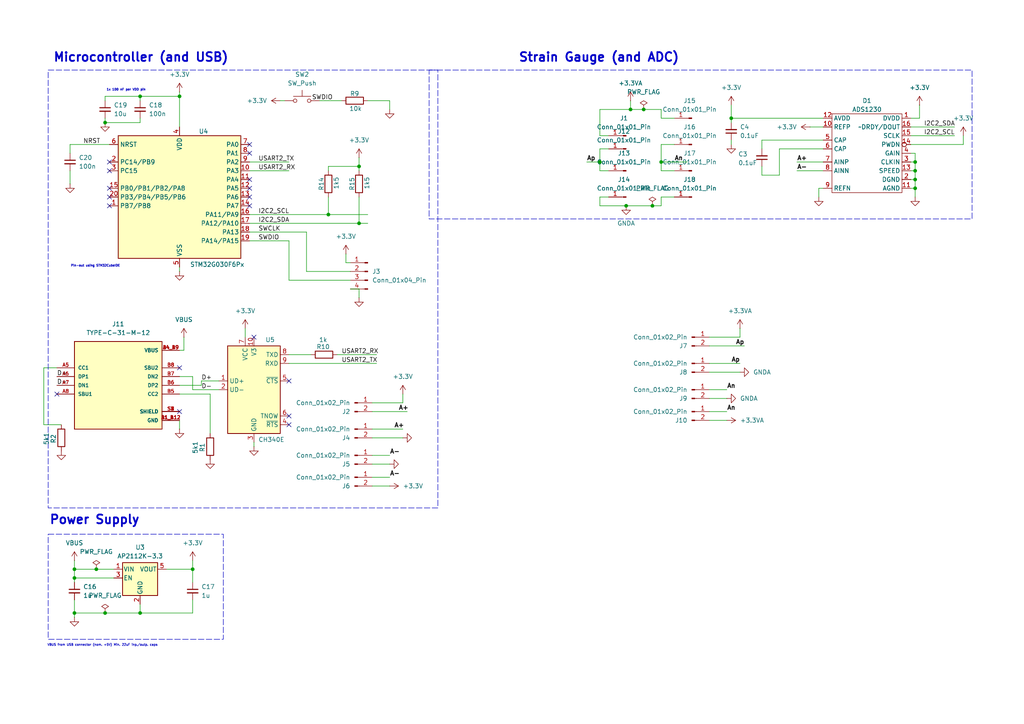
<source format=kicad_sch>
(kicad_sch (version 20231120) (generator "eeschema") (generator_version "8.0")
  (paper "A4")
  (title_block (rev "0.1"))
  (lib_symbols
    (symbol "Analog_ADC:ADS1230"
      (property "Reference" "D1" (at 10.16 24.13 0))
      (property "Value" "ADS1230" (at 10.16 21.59 0))
      (symbol "ADS1230_0_1"
        (rectangle (start 0 20.32) (end 20.32 -2.54))
      )
      (symbol "ADS1230_1_1"
        (pin power_in line (at 22.86 19.05 180) (length 2.54) (name "DVDD") (number "1"))
        (pin input line (at -2.54 16.51 0) (length 2.54) (name "REFP") (number "10"))
        (pin input line (at 22.86 -1.27 180) (length 2.54) (name "AGND") (number "11"))
        (pin power_in line (at -2.54 19.05 0) (length 2.54) (name "AVDD") (number "12"))
        (pin input line (at 22.86 3.81 180) (length 2.54) (name "SPEED") (number "13"))
        (pin input inverted (at 22.86 11.43 180) (length 2.54) (name "PWDN") (number "14"))
        (pin input line (at 22.86 13.97 180) (length 2.54) (name "SCLK") (number "15"))
        (pin input line (at 22.86 16.51 180) (length 2.54) (name "~DRDY/DOUT") (number "16"))
        (pin input line (at 22.86 1.27 180) (length 2.54) (name "DGND") (number "2"))
        (pin input line (at 22.86 6.35 180) (length 2.54) (name "CLKIN") (number "3"))
        (pin input line (at 22.86 8.89 180) (length 2.54) (name "GAIN") (number "4"))
        (pin input line (at -2.54 12.7 0) (length 2.54) (name "CAP") (number "5"))
        (pin input line (at -2.54 10.16 0) (length 2.54) (name "CAP") (number "6"))
        (pin input line (at -2.54 6.35 0) (length 2.54) (name "AINP") (number "7"))
        (pin input line (at -2.54 3.81 0) (length 2.54) (name "AINN") (number "8"))
        (pin input line (at -2.54 -1.27 0) (length 2.54) (name "REFN") (number "9"))
      )
    )
    (symbol "Connector:Conn_01x01_Pin" (pin_names (offset 1.016) hide)
      (property "Reference" "J" (at 0 2.54 0))
      (property "Value" "Conn_01x01_Pin" (at 0 -2.54 0))
      (symbol "Conn_01x01_Pin_1_1"
        (polyline (pts (xy 1.27 0) (xy 0.8636 0)) (stroke (width 0.1524)))
        (rectangle (start 0.8636 0.127) (end 0 -0.127) (stroke (width 0.1524)) (fill (type outline)))
        (pin passive line (at 5.08 0 180) (length 3.81) (name "Pin_1") (number "1"))
      )
    )
    (symbol "Connector:Conn_01x02_Pin" (pin_names (offset 1.016) hide)
      (property "Reference" "J" (at 0 2.54 0))
      (property "Value" "Conn_01x02_Pin" (at 0 -5.08 0))
      (symbol "Conn_01x02_Pin_1_1"
        (polyline (pts (xy 1.27 -2.54) (xy 0.8636 -2.54)) (stroke (width 0.1524)))
        (polyline (pts (xy 1.27 0) (xy 0.8636 0)) (stroke (width 0.1524)))
        (rectangle (start 0.8636 -2.413) (end 0 -2.667) (stroke (width 0.1524)) (fill (type outline)))
        (rectangle (start 0.8636 0.127) (end 0 -0.127) (stroke (width 0.1524)) (fill (type outline)))
        (pin passive line (at 5.08 0 180) (length 3.81) (name "Pin_1") (number "1"))
        (pin passive line (at 5.08 -2.54 180) (length 3.81) (name "Pin_2") (number "2"))
      )
    )
    (symbol "Connector:Conn_01x04_Pin" (pin_names (offset 1.016) hide)
      (property "Reference" "J" (at 0 5.08 0))
      (property "Value" "Conn_01x04_Pin" (at 0 -7.62 0))
      (symbol "Conn_01x04_Pin_1_1"
        (polyline (pts (xy 1.27 -5.08) (xy 0.8636 -5.08)) (stroke (width 0.1524)))
        (polyline (pts (xy 1.27 -2.54) (xy 0.8636 -2.54)) (stroke (width 0.1524)))
        (polyline (pts (xy 1.27 0) (xy 0.8636 0)) (stroke (width 0.1524)))
        (polyline (pts (xy 1.27 2.54) (xy 0.8636 2.54)) (stroke (width 0.1524)))
        (rectangle (start 0.8636 -4.953) (end 0 -5.207) (stroke (width 0.1524)) (fill (type outline)))
        (rectangle (start 0.8636 -2.413) (end 0 -2.667) (stroke (width 0.1524)) (fill (type outline)))
        (rectangle (start 0.8636 0.127) (end 0 -0.127) (stroke (width 0.1524)) (fill (type outline)))
        (rectangle (start 0.8636 2.667) (end 0 2.413) (stroke (width 0.1524)) (fill (type outline)))
        (pin passive line (at 5.08 2.54 180) (length 3.81) (name "Pin_1") (number "1"))
        (pin passive line (at 5.08 0 180) (length 3.81) (name "Pin_2") (number "2"))
        (pin passive line (at 5.08 -2.54 180) (length 3.81) (name "Pin_3") (number "3"))
        (pin passive line (at 5.08 -5.08 180) (length 3.81) (name "Pin_4") (number "4"))
      )
    )
    (symbol "Device:C_Small" (pin_numbers hide) (pin_names (offset 0.254) hide)
      (property "Reference" "C" (at 0.254 1.778 0))
      (property "Value" "C_Small" (at 0.254 -2.032 0))
      (symbol "C_Small_0_1"
        (polyline (pts (xy -1.524 -0.508) (xy 1.524 -0.508)) (stroke (width 0.3302)))
        (polyline (pts (xy -1.524 0.508) (xy 1.524 0.508)) (stroke (width 0.3048)))
      )
      (symbol "C_Small_1_1"
        (pin passive line (at 0 2.54 270) (length 2.032) (name "~") (number "1"))
        (pin passive line (at 0 -2.54 90) (length 2.032) (name "~") (number "2"))
      )
    )
    (symbol "Device:R" (pin_numbers hide) (pin_names (offset 0))
      (property "Reference" "R" (at 2.032 0 90))
      (property "Value" "R" (at 0 0 90))
      (symbol "R_0_1"
        (rectangle (start -1.016 -2.54) (end 1.016 2.54) (stroke (width 0.254)))
      )
      (symbol "R_1_1"
        (pin passive line (at 0 3.81 270) (length 1.27) (name "~") (number "1"))
        (pin passive line (at 0 -3.81 90) (length 1.27) (name "~") (number "2"))
      )
    )
    (symbol "Interface_USB:CH340E"
      (property "Reference" "U" (at -5.08 13.97 0))
      (property "Value" "CH340E" (at 1.27 13.97 0))
      (symbol "CH340E_0_1"
        (rectangle (start -7.62 12.7) (end 7.62 -12.7) (stroke (width 0.254)) (fill (type background)))
      )
      (symbol "CH340E_1_1"
        (pin bidirectional line (at -10.16 2.54 0) (length 2.54) (name "UD+") (number "1"))
        (pin power_out line (at 0 15.24 270) (length 2.54) (name "V3") (number "10"))
        (pin bidirectional line (at -10.16 0 0) (length 2.54) (name "UD-") (number "2"))
        (pin power_in line (at 0 -15.24 90) (length 2.54) (name "GND") (number "3"))
        (pin output line (at 10.16 -10.16 180) (length 2.54) (name "~{RTS}") (number "4"))
        (pin input line (at 10.16 2.54 180) (length 2.54) (name "~{CTS}") (number "5"))
        (pin output line (at 10.16 -7.62 180) (length 2.54) (name "TNOW") (number "6"))
        (pin power_in line (at -2.54 15.24 270) (length 2.54) (name "VCC") (number "7"))
        (pin output line (at 10.16 10.16 180) (length 2.54) (name "TXD") (number "8"))
        (pin input line (at 10.16 7.62 180) (length 2.54) (name "RXD") (number "9"))
      )
    )
    (symbol "MCU_ST_STM32G0:STM32G030F6Px"
      (property "Reference" "U" (at -17.78 19.05 0))
      (property "Value" "STM32G030F6Px" (at 2.54 19.05 0))
      (symbol "STM32G030F6Px_0_1"
        (rectangle (start -17.78 -17.78) (end 17.78 17.78) (stroke (width 0.254)) (fill (type background)))
      )
      (symbol "STM32G030F6Px_1_1"
        (pin bidirectional line (at -20.32 -2.54 0) (length 2.54) (name "PB7/PB8") (number "1"))
        (pin bidirectional line (at 20.32 7.62 180) (length 2.54) (name "PA3") (number "10"))
        (pin bidirectional line (at 20.32 5.08 180) (length 2.54) (name "PA4") (number "11"))
        (pin bidirectional line (at 20.32 2.54 180) (length 2.54) (name "PA5") (number "12"))
        (pin bidirectional line (at 20.32 0 180) (length 2.54) (name "PA6") (number "13"))
        (pin bidirectional line (at 20.32 -2.54 180) (length 2.54) (name "PA7") (number "14"))
        (pin bidirectional line (at -20.32 2.54 0) (length 2.54) (name "PB0/PB1/PB2/PA8") (number "15"))
        (pin bidirectional line (at 20.32 -5.08 180) (length 2.54) (name "PA11/PA9") (number "16"))
        (pin bidirectional line (at 20.32 -7.62 180) (length 2.54) (name "PA12/PA10") (number "17"))
        (pin bidirectional line (at 20.32 -10.16 180) (length 2.54) (name "PA13") (number "18"))
        (pin bidirectional line (at 20.32 -12.7 180) (length 2.54) (name "PA14/PA15") (number "19"))
        (pin bidirectional line (at -20.32 10.16 0) (length 2.54) (name "PC14/PB9") (number "2"))
        (pin bidirectional line (at -20.32 0 0) (length 2.54) (name "PB3/PB4/PB5/PB6") (number "20"))
        (pin bidirectional line (at -20.32 7.62 0) (length 2.54) (name "PC15") (number "3"))
        (pin power_in line (at 0 20.32 270) (length 2.54) (name "VDD") (number "4"))
        (pin power_in line (at 0 -20.32 90) (length 2.54) (name "VSS") (number "5"))
        (pin input line (at -20.32 15.24 0) (length 2.54) (name "NRST") (number "6"))
        (pin bidirectional line (at 20.32 15.24 180) (length 2.54) (name "PA0") (number "7"))
        (pin bidirectional line (at 20.32 12.7 180) (length 2.54) (name "PA1") (number "8"))
        (pin bidirectional line (at 20.32 10.16 180) (length 2.54) (name "PA2") (number "9"))
      )
    )
    (symbol "Regulator_Linear:AP2112K-3.3" (pin_names (offset 0.254))
      (property "Reference" "U" (at -5.08 5.715 0))
      (property "Value" "AP2112K-3.3" (at 0 5.715 0))
      (symbol "AP2112K-3.3_0_1"
        (rectangle (start -5.08 4.445) (end 5.08 -5.08) (stroke (width 0.254)) (fill (type background)))
      )
      (symbol "AP2112K-3.3_1_1"
        (pin power_in line (at -7.62 2.54 0) (length 2.54) (name "VIN") (number "1"))
        (pin power_in line (at 0 -7.62 90) (length 2.54) (name "GND") (number "2"))
        (pin input line (at -7.62 0 0) (length 2.54) (name "EN") (number "3"))
        (pin no_connect line (at 5.08 0 180) (length 2.54) hide (name "NC") (number "4"))
        (pin power_out line (at 7.62 2.54 180) (length 2.54) (name "VOUT") (number "5"))
      )
    )
    (symbol "Switch:SW_Push" (pin_numbers hide) (pin_names (offset 1.016) hide)
      (property "Reference" "SW" (at 1.27 2.54 0))
      (property "Value" "SW_Push" (at 0 -1.524 0))
      (symbol "SW_Push_0_1"
        (circle (center -2.032 0) (radius 0.508))
        (polyline (pts (xy 0 1.27) (xy 0 3.048)))
        (polyline (pts (xy 2.54 1.27) (xy -2.54 1.27)))
        (circle (center 2.032 0) (radius 0.508))
        (pin passive line (at -5.08 0 0) (length 2.54) (name "1") (number "1"))
        (pin passive line (at 5.08 0 180) (length 2.54) (name "2") (number "2"))
      )
    )
    (symbol "TYPE-C-31-M-12:TYPE-C-31-M-12" (pin_names (offset 1.016))
      (property "Reference" "J" (at -12.7 13.462 0))
      (property "Value" "TYPE-C-31-M-12" (at -12.7 -13.462 0))
      (symbol "TYPE-C-31-M-12_0_0"
        (rectangle (start -12.7 -12.7) (end 12.7 12.7) (stroke (width 0.254)) (fill (type background)))
        (pin power_in line (at 17.78 -10.16 180) (length 5.08) (name "GND") (number "A1_B12"))
        (pin power_in line (at 17.78 10.16 180) (length 5.08) (name "VBUS") (number "A4_B9"))
        (pin bidirectional line (at -17.78 5.08 0) (length 5.08) (name "CC1") (number "A5"))
        (pin bidirectional line (at -17.78 2.54 0) (length 5.08) (name "DP1") (number "A6"))
        (pin bidirectional line (at -17.78 0 0) (length 5.08) (name "DN1") (number "A7"))
        (pin bidirectional line (at -17.78 -2.54 0) (length 5.08) (name "SBU1") (number "A8"))
        (pin power_in line (at 17.78 -10.16 180) (length 5.08) (name "GND") (number "B1_A12"))
        (pin power_in line (at 17.78 10.16 180) (length 5.08) (name "VBUS") (number "B4_A9"))
        (pin bidirectional line (at 17.78 -2.54 180) (length 5.08) (name "CC2") (number "B5"))
        (pin bidirectional line (at 17.78 0 180) (length 5.08) (name "DP2") (number "B6"))
        (pin bidirectional line (at 17.78 2.54 180) (length 5.08) (name "DN2") (number "B7"))
        (pin bidirectional line (at 17.78 5.08 180) (length 5.08) (name "SBU2") (number "B8"))
        (pin passive line (at 17.78 -7.62 180) (length 5.08) (name "SHIELD") (number "S1"))
        (pin passive line (at 17.78 -7.62 180) (length 5.08) (name "SHIELD") (number "S2"))
        (pin passive line (at 17.78 -7.62 180) (length 5.08) (name "SHIELD") (number "S3"))
        (pin passive line (at 17.78 -7.62 180) (length 5.08) (name "SHIELD") (number "S4"))
      )
    )
    (symbol "power:+3.3V" (power) (pin_numbers hide) (pin_names (offset 0) hide)
      (property "Value" "+3.3V" (at 0 3.556 0))
      (symbol "+3.3V_0_1"
        (polyline (pts (xy -0.762 1.27) (xy 0 2.54)))
        (polyline (pts (xy 0 0) (xy 0 2.54)))
        (polyline (pts (xy 0 2.54) (xy 0.762 1.27)))
      )
      (symbol "+3.3V_1_1"
        (pin power_in line (at 0 0 90) (length 0) (name "~") (number "1"))
      )
    )
    (symbol "power:+3.3VA" (power) (pin_numbers hide) (pin_names (offset 0) hide)
      (property "Value" "+3.3VA" (at 0 3.556 0))
      (symbol "+3.3VA_0_1"
        (polyline (pts (xy -0.762 1.27) (xy 0 2.54)))
        (polyline (pts (xy 0 0) (xy 0 2.54)))
        (polyline (pts (xy 0 2.54) (xy 0.762 1.27)))
      )
      (symbol "+3.3VA_1_1"
        (pin power_in line (at 0 0 90) (length 0) (name "~") (number "1"))
      )
    )
    (symbol "power:GND" (power) (pin_numbers hide) (pin_names (offset 0) hide)
      (property "Value" "GND" (at 0 -3.81 0))
      (symbol "GND_0_1"
        (polyline (pts (xy 0 0) (xy 0 -1.27) (xy 1.27 -1.27) (xy 0 -2.54) (xy -1.27 -1.27) (xy 0 -1.27)))
      )
      (symbol "GND_1_1"
        (pin power_in line (at 0 0 270) (length 0) (name "~") (number "1"))
      )
    )
    (symbol "power:GNDA" (power) (pin_numbers hide) (pin_names (offset 0) hide)
      (property "Value" "GNDA" (at 0 -3.81 0))
      (symbol "GNDA_0_1"
        (polyline (pts (xy 0 0) (xy 0 -1.27) (xy 1.27 -1.27) (xy 0 -2.54) (xy -1.27 -1.27) (xy 0 -1.27)))
      )
      (symbol "GNDA_1_1"
        (pin power_in line (at 0 0 270) (length 0) (name "~") (number "1"))
      )
    )
    (symbol "power:PWR_FLAG" (power) (pin_numbers hide) (pin_names (offset 0) hide)
      (property "Value" "PWR_FLAG" (at 0 3.81 0))
      (symbol "PWR_FLAG_0_0"
        (pin power_out line (at 0 0 90) (length 0) (name "~") (number "1"))
      )
      (symbol "PWR_FLAG_0_1"
        (polyline (pts (xy 0 0) (xy 0 1.27) (xy -1.016 1.905) (xy 0 2.54) (xy 1.016 1.905) (xy 0 1.27)))
      )
    )
    (symbol "power:VBUS" (power) (pin_numbers hide) (pin_names (offset 0) hide)
      (property "Value" "VBUS" (at 0 3.556 0))
      (symbol "VBUS_0_1"
        (polyline (pts (xy -0.762 1.27) (xy 0 2.54)))
        (polyline (pts (xy 0 0) (xy 0 2.54)))
        (polyline (pts (xy 0 2.54) (xy 0.762 1.27)))
      )
      (symbol "VBUS_1_1"
        (pin power_in line (at 0 0 90) (length 0) (name "~") (number "1"))
      )
    )
  )
  (junction (at 265.43 46.99))
  (junction (at 265.43 52.07))
  (junction (at 186.69 31.75))
  (junction (at 21.59 177.8))
  (junction (at 265.43 49.53))
  (junction (at 104.14 64.77))
  (junction (at 21.59 165.1))
  (junction (at 21.59 167.64))
  (junction (at 40.64 177.8))
  (junction (at 52.07 27.94))
  (junction (at 27.94 165.1))
  (junction (at 265.43 54.61))
  (junction (at 181.61 59.69))
  (junction (at 212.09 34.29))
  (junction (at 182.88 31.75))
  (junction (at 55.88 165.1))
  (junction (at 189.23 59.69))
  (junction (at 95.25 62.23))
  (junction (at 30.48 177.8))
  (junction (at 30.48 35.56))
  (junction (at 104.14 48.26))
  (junction (at 191.77 46.99))
  (junction (at 40.64 27.94))
  (junction (at 173.99 46.99))
  (no_connect (at 72.39 54.61))
  (no_connect (at 52.07 106.68))
  (no_connect (at 72.39 41.91))
  (no_connect (at 31.75 49.53))
  (no_connect (at 31.75 59.69))
  (no_connect (at 83.82 120.65))
  (no_connect (at 72.39 59.69))
  (no_connect (at 31.75 54.61))
  (no_connect (at 72.39 44.45))
  (no_connect (at 73.66 97.79))
  (no_connect (at 16.51 114.3))
  (no_connect (at 72.39 52.07))
  (no_connect (at 31.75 46.99))
  (no_connect (at 83.82 123.19))
  (no_connect (at 31.75 57.15))
  (no_connect (at 83.82 110.49))
  (no_connect (at 52.07 119.38))
  (no_connect (at 72.39 57.15))
  (wire (pts (xy 173.99 59.69) (xy 181.61 59.69)))
  (wire (pts (xy 88.9 78.74) (xy 88.9 67.31)))
  (wire (pts (xy 52.07 111.76) (xy 58.42 111.76)))
  (wire (pts (xy 40.64 29.21) (xy 40.64 27.94)))
  (wire (pts (xy 52.07 109.22) (xy 55.88 109.22)))
  (wire (pts (xy 72.39 49.53) (xy 83.82 49.53)))
  (wire (pts (xy 264.16 46.99) (xy 265.43 46.99)))
  (wire (pts (xy 83.82 81.28) (xy 83.82 69.85)))
  (wire (pts (xy 30.48 29.21) (xy 30.48 27.94)))
  (wire (pts (xy 21.59 167.64) (xy 21.59 168.91)))
  (wire (pts (xy 113.03 29.21) (xy 106.68 29.21)))
  (wire (pts (xy 58.42 111.76) (xy 58.42 110.49)))
  (wire (pts (xy 212.09 30.48) (xy 212.09 34.29)))
  (wire (pts (xy 53.34 101.6) (xy 53.34 97.79)))
  (wire (pts (xy 100.33 76.2) (xy 100.33 73.66)))
  (wire (pts (xy 72.39 46.99) (xy 83.82 46.99)))
  (wire (pts (xy 104.14 57.15) (xy 104.14 64.77)))
  (wire (pts (xy 170.18 46.99) (xy 173.99 46.99)))
  (wire (pts (xy 52.07 77.47) (xy 52.07 78.74)))
  (wire (pts (xy 264.16 49.53) (xy 265.43 49.53)))
  (wire (pts (xy 191.77 46.99) (xy 191.77 49.53)))
  (wire (pts (xy 226.06 43.18) (xy 226.06 50.8)))
  (wire (pts (xy 83.82 81.28) (xy 101.6 81.28)))
  (wire (pts (xy 182.88 31.75) (xy 186.69 31.75)))
  (wire (pts (xy 92.71 29.21) (xy 99.06 29.21)))
  (wire (pts (xy 55.88 173.99) (xy 55.88 177.8)))
  (wire (pts (xy 107.95 140.97) (xy 113.03 140.97)))
  (wire (pts (xy 104.14 83.82) (xy 101.6 83.82)))
  (wire (pts (xy 30.48 34.29) (xy 30.48 35.56)))
  (wire (pts (xy 265.43 57.15) (xy 265.43 54.61)))
  (wire (pts (xy 20.32 49.53) (xy 20.32 53.34)))
  (wire (pts (xy 104.14 45.72) (xy 104.14 48.26)))
  (wire (pts (xy 30.48 27.94) (xy 40.64 27.94)))
  (wire (pts (xy 191.77 46.99) (xy 199.39 46.99)))
  (wire (pts (xy 40.64 175.26) (xy 40.64 177.8)))
  (wire (pts (xy 107.95 116.84) (xy 116.84 116.84)))
  (wire (pts (xy 205.74 97.79) (xy 214.63 97.79)))
  (wire (pts (xy 205.74 107.95) (xy 214.63 107.95)))
  (wire (pts (xy 264.16 34.29) (xy 266.7 34.29)))
  (wire (pts (xy 40.64 27.94) (xy 52.07 27.94)))
  (wire (pts (xy 181.61 59.69) (xy 189.23 59.69)))
  (wire (pts (xy 191.77 41.91) (xy 191.77 46.99)))
  (wire (pts (xy 27.94 165.1) (xy 21.59 165.1)))
  (wire (pts (xy 52.07 26.67) (xy 52.07 27.94)))
  (wire (pts (xy 104.14 86.36) (xy 104.14 83.82)))
  (wire (pts (xy 55.88 109.22) (xy 55.88 113.03)))
  (wire (pts (xy 176.53 39.37) (xy 173.99 39.37)))
  (wire (pts (xy 212.09 40.64) (xy 212.09 41.91)))
  (wire (pts (xy 234.95 36.83) (xy 238.76 36.83)))
  (wire (pts (xy 173.99 31.75) (xy 182.88 31.75)))
  (wire (pts (xy 100.33 76.2) (xy 101.6 76.2)))
  (wire (pts (xy 30.48 35.56) (xy 40.64 35.56)))
  (wire (pts (xy 107.95 127) (xy 116.84 127)))
  (wire (pts (xy 33.02 165.1) (xy 27.94 165.1)))
  (wire (pts (xy 40.64 177.8) (xy 55.88 177.8)))
  (wire (pts (xy 21.59 165.1) (xy 21.59 167.64)))
  (wire (pts (xy 264.16 41.91) (xy 279.4 41.91)))
  (wire (pts (xy 186.69 31.75) (xy 191.77 31.75)))
  (wire (pts (xy 40.64 34.29) (xy 40.64 35.56)))
  (wire (pts (xy 237.49 57.15) (xy 237.49 54.61)))
  (wire (pts (xy 113.03 31.75) (xy 113.03 29.21)))
  (wire (pts (xy 107.95 119.38) (xy 118.11 119.38)))
  (wire (pts (xy 231.14 46.99) (xy 238.76 46.99)))
  (wire (pts (xy 58.42 110.49) (xy 63.5 110.49)))
  (wire (pts (xy 52.07 121.92) (xy 52.07 124.46)))
  (wire (pts (xy 279.4 39.37) (xy 279.4 41.91)))
  (wire (pts (xy 55.88 165.1) (xy 55.88 168.91)))
  (wire (pts (xy 191.77 34.29) (xy 195.58 34.29)))
  (wire (pts (xy 212.09 34.29) (xy 212.09 35.56)))
  (wire (pts (xy 212.09 34.29) (xy 238.76 34.29)))
  (wire (pts (xy 205.74 100.33) (xy 215.9 100.33)))
  (wire (pts (xy 104.14 64.77) (xy 106.68 64.77)))
  (wire (pts (xy 182.88 29.21) (xy 182.88 31.75)))
  (wire (pts (xy 205.74 105.41) (xy 214.63 105.41)))
  (wire (pts (xy 81.28 29.21) (xy 82.55 29.21)))
  (wire (pts (xy 226.06 43.18) (xy 238.76 43.18)))
  (wire (pts (xy 265.43 44.45) (xy 264.16 44.45)))
  (wire (pts (xy 83.82 105.41) (xy 109.22 105.41)))
  (wire (pts (xy 52.07 114.3) (xy 60.96 114.3)))
  (wire (pts (xy 21.59 177.8) (xy 30.48 177.8)))
  (wire (pts (xy 191.77 49.53) (xy 195.58 49.53)))
  (wire (pts (xy 71.12 95.25) (xy 71.12 97.79)))
  (wire (pts (xy 264.16 52.07) (xy 265.43 52.07)))
  (wire (pts (xy 83.82 102.87) (xy 90.17 102.87)))
  (wire (pts (xy 95.25 48.26) (xy 104.14 48.26)))
  (wire (pts (xy 16.51 106.68) (xy 12.7 106.68)))
  (wire (pts (xy 12.7 106.68) (xy 12.7 123.19)))
  (wire (pts (xy 48.26 165.1) (xy 55.88 165.1)))
  (wire (pts (xy 55.88 162.56) (xy 55.88 165.1)))
  (wire (pts (xy 73.66 128.27) (xy 73.66 129.54)))
  (wire (pts (xy 264.16 36.83) (xy 276.86 36.83)))
  (wire (pts (xy 21.59 179.07) (xy 21.59 177.8)))
  (wire (pts (xy 264.16 54.61) (xy 265.43 54.61)))
  (wire (pts (xy 265.43 49.53) (xy 265.43 46.99)))
  (wire (pts (xy 173.99 43.18) (xy 176.53 43.18)))
  (wire (pts (xy 30.48 177.8) (xy 40.64 177.8)))
  (wire (pts (xy 95.25 49.53) (xy 95.25 48.26)))
  (wire (pts (xy 173.99 57.15) (xy 173.99 59.69)))
  (wire (pts (xy 173.99 49.53) (xy 176.53 49.53)))
  (wire (pts (xy 107.95 132.08) (xy 113.03 132.08)))
  (wire (pts (xy 21.59 167.64) (xy 33.02 167.64)))
  (wire (pts (xy 72.39 62.23) (xy 95.25 62.23)))
  (wire (pts (xy 265.43 52.07) (xy 265.43 49.53)))
  (wire (pts (xy 83.82 69.85) (xy 72.39 69.85)))
  (wire (pts (xy 189.23 59.69) (xy 191.77 59.69)))
  (wire (pts (xy 20.32 41.91) (xy 31.75 41.91)))
  (wire (pts (xy 60.96 114.3) (xy 60.96 125.73)))
  (wire (pts (xy 173.99 31.75) (xy 173.99 39.37)))
  (wire (pts (xy 220.98 43.18) (xy 220.98 40.64)))
  (wire (pts (xy 205.74 115.57) (xy 210.82 115.57)))
  (wire (pts (xy 191.77 57.15) (xy 191.77 59.69)))
  (wire (pts (xy 21.59 162.56) (xy 21.59 165.1)))
  (wire (pts (xy 72.39 64.77) (xy 104.14 64.77)))
  (wire (pts (xy 88.9 78.74) (xy 101.6 78.74)))
  (wire (pts (xy 52.07 101.6) (xy 53.34 101.6)))
  (wire (pts (xy 52.07 27.94) (xy 52.07 36.83)))
  (wire (pts (xy 107.95 124.46) (xy 116.84 124.46)))
  (wire (pts (xy 231.14 49.53) (xy 238.76 49.53)))
  (wire (pts (xy 226.06 50.8) (xy 220.98 50.8)))
  (wire (pts (xy 205.74 113.03) (xy 210.82 113.03)))
  (wire (pts (xy 220.98 40.64) (xy 238.76 40.64)))
  (wire (pts (xy 107.95 134.62) (xy 113.03 134.62)))
  (wire (pts (xy 191.77 57.15) (xy 195.58 57.15)))
  (wire (pts (xy 97.79 102.87) (xy 109.22 102.87)))
  (wire (pts (xy 173.99 46.99) (xy 173.99 49.53)))
  (wire (pts (xy 266.7 34.29) (xy 266.7 30.48)))
  (wire (pts (xy 104.14 48.26) (xy 104.14 49.53)))
  (wire (pts (xy 220.98 50.8) (xy 220.98 48.26)))
  (wire (pts (xy 107.95 138.43) (xy 113.03 138.43)))
  (wire (pts (xy 205.74 121.92) (xy 210.82 121.92)))
  (wire (pts (xy 12.7 123.19) (xy 17.78 123.19)))
  (wire (pts (xy 21.59 173.99) (xy 21.59 177.8)))
  (wire (pts (xy 237.49 54.61) (xy 238.76 54.61)))
  (wire (pts (xy 191.77 41.91) (xy 195.58 41.91)))
  (wire (pts (xy 265.43 54.61) (xy 265.43 52.07)))
  (wire (pts (xy 191.77 31.75) (xy 191.77 34.29)))
  (wire (pts (xy 265.43 46.99) (xy 265.43 44.45)))
  (wire (pts (xy 88.9 67.31) (xy 72.39 67.31)))
  (wire (pts (xy 20.32 44.45) (xy 20.32 41.91)))
  (wire (pts (xy 173.99 43.18) (xy 173.99 46.99)))
  (wire (pts (xy 173.99 57.15) (xy 176.53 57.15)))
  (wire (pts (xy 264.16 39.37) (xy 276.86 39.37)))
  (wire (pts (xy 55.88 113.03) (xy 63.5 113.03)))
  (wire (pts (xy 205.74 119.38) (xy 210.82 119.38)))
  (wire (pts (xy 116.84 114.3) (xy 116.84 116.84)))
  (wire (pts (xy 95.25 62.23) (xy 106.68 62.23)))
  (wire (pts (xy 95.25 57.15) (xy 95.25 62.23)))
  (wire (pts (xy 214.63 95.25) (xy 214.63 97.79)))
  (rectangle (start 124.46 20.32) (end 281.94 63.5) (stroke (width 0) (type dash)))
  (rectangle (start 13.97 20.32) (end 127 147.32) (stroke (width 0) (type dash)))
  (rectangle (start 13.97 154.94) (end 64.77 185.42) (stroke (width 0) (type dash)))
  (text "1x 100 nF per VDD pin" (at 36.576 26.162 0) (effects (font (size 0.635 0.635))))
  (text "Microcontroller (and USB)" (at 40.894 16.764 0) (effects (font (size 2.54 2.54) (thickness 0.508) (bold yes))))
  (text "Strain Gauge (and ADC)" (at 173.736 16.764 0) (effects (font (size 2.54 2.54) (thickness 0.508) (bold yes))))
  (text "VBUS from USB connector (nom. +5V) Min. 22uF inp./outp. caps " (at 29.972 187.198 0) (effects (font (size 0.635 0.635) (thickness 0.127) (bold yes))))
  (text "Power Supply" (at 27.432 150.876 0) (effects (font (size 2.54 2.54) (thickness 0.508) (bold yes))))
  (text "Pin-out using STM32CubeIDE" (at 27.686 77.216 0) (effects (font (size 0.635 0.635))))
  (label "SWCLK" (at 74.93 67.31 0))
  (label "SWDIO" (at 74.93 69.85 0))
  (label "Ap" (at 170.18 46.99 0) (effects (font (bold yes))))
  (label "I2C2_SCL" (at 74.93 62.23 0))
  (label "Ap" (at 212.09 105.41 0) (effects (font (bold yes))))
  (label "I2C2_SCL" (at 267.97 39.37 0))
  (label "An" (at 210.82 113.03 0) (effects (font (bold yes))))
  (label "A+" (at 231.14 46.99 0) (effects (font (bold yes))))
  (label "Ap" (at 213.36 100.33 0) (effects (font (bold yes))))
  (label "I2C2_SDA" (at 74.93 64.77 0))
  (label "USART2_RX" (at 99.06 102.87 0))
  (label "D-" (at 58.42 113.03 0))
  (label "D+" (at 16.51 109.22 0))
  (label "An" (at 195.58 46.99 0) (effects (font (bold yes))))
  (label "D-" (at 16.51 111.76 0))
  (label "SWDIO" (at 96.52 29.21 180))
  (label "USART2_TX" (at 74.93 46.99 0))
  (label "I2C2_SDA" (at 267.97 36.83 0))
  (label "A+" (at 114.3 124.46 0) (effects (font (bold yes))))
  (label "A-" (at 113.03 138.43 0) (effects (font (bold yes))))
  (label "A+" (at 115.57 119.38 0) (effects (font (bold yes))))
  (label "USART2_TX" (at 99.06 105.41 0))
  (label "A-" (at 231.14 49.53 0) (effects (font (bold yes))))
  (label "USART2_RX" (at 74.93 49.53 0))
  (label "NRST" (at 24.13 41.91 0))
  (label "An" (at 210.82 119.38 0) (effects (font (bold yes))))
  (label "A-" (at 113.03 132.08 0) (effects (font (bold yes))))
  (label "D+" (at 58.42 110.49 0))
  (symbol (lib_id "Device:R") (at 17.78 127 0) (unit 1)
    (property "Reference" "R2" (at 15.494 127.254 90))
    (property "Value" "5k1" (at 13.462 127.254 90))
    (property "Footprint" "Resistor_SMD:R_0603_1608Metric" (effects (hide yes)))
    (property "Description" "Resistor" (effects (hide yes)))
  )
  (symbol (lib_id "power:GND") (at 52.07 78.74 0) (unit 1)
    (property "Reference" "#PWR029" (effects (hide yes)))
    (property "Value" "GND" (effects (hide yes)))
    (property "Description" "Power symbol creates a global label with name \"GND\" , ground" (effects (hide yes)))
  )
  (symbol (lib_id "power:GND") (at 52.07 124.46 0) (mirror y) (unit 1)
    (property "Reference" "#PWR06" (effects (hide yes)))
    (property "Value" "GND" (effects (hide yes)))
    (property "Description" "Power symbol creates a global label with name \"GND\" , ground" (effects (hide yes)))
  )
  (symbol (lib_id "power:VBUS") (at 53.34 97.79 0) (mirror y) (unit 1)
    (property "Reference" "#PWR07" (effects (hide yes)))
    (property "Value" "VBUS" (at 53.34 92.71 0))
    (property "Description" "Power symbol creates a global label with name \"VBUS\"" (effects (hide yes)))
  )
  (symbol (lib_id "Switch:SW_Push") (at 87.63 29.21 0) (mirror y) (unit 1)
    (property "Reference" "SW2" (at 87.63 21.59 0))
    (property "Value" "SW_Push" (at 87.63 24.13 0))
    (property "Footprint" "Button_Switch_SMD:SW_SPST_B3U-1000P-B" (effects (hide yes)))
    (property "Description" "Push button switch, generic, two pins" (effects (hide yes)))
  )
  (symbol (lib_id "Connector:Conn_01x02_Pin") (at 102.87 138.43 0) (unit 1)
    (property "Reference" "J6" (at 101.6 140.9701 0) (effects (justify right)))
    (property "Value" "Conn_01x02_Pin" (at 101.6 138.4301 0) (effects (justify right)))
    (property "Footprint" "Connector_PinHeader_1.00mm:PinHeader_1x02_P1.00mm_Vertical" (effects (hide yes)))
    (property "Description" "Generic connector, single row, 01x02, script generated" (effects (hide yes)))
  )
  (symbol (lib_id "Device:C_Small") (at 21.59 171.45 0) (unit 1)
    (property "Reference" "C16" (at 24.13 170.1862 0) (effects (justify left)))
    (property "Value" "1u" (at 24.13 172.7262 0) (effects (justify left)))
    (property "Footprint" "Capacitor_SMD:C_0805_2012Metric" (effects (hide yes)))
    (property "Description" "Unpolarized capacitor, small symbol" (effects (hide yes)))
  )
  (symbol (lib_id "power:+3.3VA") (at 116.84 114.3 0) (unit 1)
    (property "Reference" "#PWR020" (effects (hide yes)))
    (property "Value" "+3.3V" (at 116.84 109.22 0))
    (property "Description" "Power symbol creates a global label with name \"+3.3VA\"" (effects (hide yes)))
  )
  (symbol (lib_id "power:PWR_FLAG") (at 27.94 165.1 0) (unit 1)
    (property "Reference" "#FLG01" (effects (hide yes)))
    (property "Value" "PWR_FLAG" (at 27.94 160.02 0))
    (property "Description" "Special symbol for telling ERC where power comes from" (effects (hide yes)))
  )
  (symbol (lib_id "power:GND") (at 30.48 35.56 0) (unit 1)
    (property "Reference" "#PWR031" (effects (hide yes)))
    (property "Value" "GND" (effects (hide yes)))
    (property "Description" "Power symbol creates a global label with name \"GND\" , ground" (effects (hide yes)))
  )
  (symbol (lib_id "Connector:Conn_01x01_Pin") (at 200.66 34.29 180) (unit 1)
    (property "Reference" "J15" (at 200.025 29.21 0))
    (property "Value" "Conn_01x01_Pin" (at 200.025 31.75 0))
    (property "Footprint" "Connector_PinHeader_1.00mm:PinHeader_1x01_P1.00mm_Vertical" (effects (hide yes)))
    (property "Description" "Generic connector, single row, 01x01, script generated" (effects (hide yes)))
  )
  (symbol (lib_id "Device:R") (at 60.96 129.54 0) (unit 1)
    (property "Reference" "R1" (at 58.674 129.794 90))
    (property "Value" "5k1" (at 56.642 129.794 90))
    (property "Footprint" "Resistor_SMD:R_0603_1608Metric" (effects (hide yes)))
    (property "Description" "Resistor" (effects (hide yes)))
  )
  (symbol (lib_id "power:GND") (at 212.09 41.91 0) (unit 1)
    (property "Reference" "#PWR04" (effects (hide yes)))
    (property "Value" "GND" (effects (hide yes)))
    (property "Description" "Power symbol creates a global label with name \"GND\" , ground" (effects (hide yes)))
  )
  (symbol (lib_id "power:GND") (at 113.03 31.75 0) (unit 1)
    (property "Reference" "#PWR03" (effects (hide yes)))
    (property "Value" "GND" (effects (hide yes)))
    (property "Description" "Power symbol creates a global label with name \"GND\" , ground" (effects (hide yes)))
  )
  (symbol (lib_id "Connector:Conn_01x01_Pin") (at 200.66 49.53 180) (unit 1)
    (property "Reference" "J17" (at 200.025 44.45 0))
    (property "Value" "Conn_01x01_Pin" (at 200.025 46.99 0))
    (property "Footprint" "Connector_PinHeader_1.00mm:PinHeader_1x01_P1.00mm_Vertical" (effects (hide yes)))
    (property "Description" "Generic connector, single row, 01x01, script generated" (effects (hide yes)))
  )
  (symbol (lib_id "Device:C_Small") (at 40.64 31.75 0) (unit 1)
    (property "Reference" "C18" (at 43.18 30.4862 0) (effects (justify left)))
    (property "Value" "100n" (at 43.18 33.0262 0) (effects (justify left)))
    (property "Footprint" "Capacitor_SMD:C_0603_1608Metric" (effects (hide yes)))
    (property "Description" "Unpolarized capacitor, small symbol" (effects (hide yes)))
  )
  (symbol (lib_id "Device:R") (at 102.87 29.21 90) (unit 1)
    (property "Reference" "R9" (at 102.87 27.178 90))
    (property "Value" "10k" (at 103.124 31.496 90))
    (property "Footprint" "Resistor_SMD:R_0603_1608Metric" (effects (hide yes)))
    (property "Description" "Resistor" (effects (hide yes)))
  )
  (symbol (lib_id "power:+3.3V") (at 104.14 45.72 0) (unit 1)
    (property "Reference" "#PWR022" (effects (hide yes)))
    (property "Value" "+3.3V" (at 104.14 40.64 0))
    (property "Description" "Power symbol creates a global label with name \"+3.3V\"" (effects (hide yes)))
  )
  (symbol (lib_id "Connector:Conn_01x02_Pin") (at 200.66 113.03 0) (unit 1)
    (property "Reference" "J9" (at 199.39 115.5701 0) (effects (justify right)))
    (property "Value" "Conn_01x02_Pin" (at 199.39 113.0301 0) (effects (justify right)))
    (property "Footprint" "Connector_PinHeader_1.00mm:PinHeader_1x02_P1.00mm_Vertical" (effects (hide yes)))
    (property "Description" "Generic connector, single row, 01x02, script generated" (effects (hide yes)))
  )
  (symbol (lib_id "power:PWR_FLAG") (at 189.23 59.69 0) (unit 1)
    (property "Reference" "#FLG04" (effects (hide yes)))
    (property "Value" "PWR_FLAG" (at 189.23 54.61 0))
    (property "Description" "Special symbol for telling ERC where power comes from" (effects (hide yes)))
  )
  (symbol (lib_id "Connector:Conn_01x02_Pin") (at 200.66 119.38 0) (unit 1)
    (property "Reference" "J10" (at 199.39 121.9201 0) (effects (justify right)))
    (property "Value" "Conn_01x02_Pin" (at 199.39 119.3801 0) (effects (justify right)))
    (property "Footprint" "Connector_PinHeader_1.00mm:PinHeader_1x02_P1.00mm_Vertical" (effects (hide yes)))
    (property "Description" "Generic connector, single row, 01x02, script generated" (effects (hide yes)))
  )
  (symbol (lib_id "power:GNDA") (at 210.82 115.57 90) (unit 1)
    (property "Reference" "#PWR016" (effects (hide yes)))
    (property "Value" "GNDA" (at 214.63 115.5699 90) (effects (justify right)))
    (property "Description" "Power symbol creates a global label with name \"GNDA\" , analog ground" (effects (hide yes)))
  )
  (symbol (lib_id "Connector:Conn_01x01_Pin") (at 181.61 43.18 180) (unit 1)
    (property "Reference" "J12" (at 180.975 38.1 0))
    (property "Value" "Conn_01x01_Pin" (at 180.975 40.64 0))
    (property "Footprint" "Connector_PinHeader_1.00mm:PinHeader_1x01_P1.00mm_Vertical" (effects (hide yes)))
    (property "Description" "Generic connector, single row, 01x01, script generated" (effects (hide yes)))
  )
  (symbol (lib_id "power:GND") (at 73.66 129.54 0) (unit 1)
    (property "Reference" "#PWR010" (effects (hide yes)))
    (property "Value" "GND" (effects (hide yes)))
    (property "Description" "Power symbol creates a global label with name \"GND\" , ground" (effects (hide yes)))
  )
  (symbol (lib_id "power:+3.3V") (at 279.4 39.37 0) (unit 1)
    (property "Reference" "#PWR035" (effects (hide yes)))
    (property "Value" "+3.3V" (at 279.4 34.29 0))
    (property "Description" "Power symbol creates a global label with name \"+3.3V\"" (effects (hide yes)))
  )
  (symbol (lib_id "power:+3.3V") (at 100.33 73.66 0) (unit 1)
    (property "Reference" "#PWR033" (effects (hide yes)))
    (property "Value" "+3.3V" (at 100.33 68.58 0))
    (property "Description" "Power symbol creates a global label with name \"+3.3V\"" (effects (hide yes)))
  )
  (symbol (lib_id "power:GND") (at 116.84 127 90) (unit 1)
    (property "Reference" "#PWR021" (effects (hide yes)))
    (property "Value" "GND" (effects (hide yes)))
    (property "Description" "Power symbol creates a global label with name \"GND\" , ground" (effects (hide yes)))
  )
  (symbol (lib_id "Connector:Conn_01x02_Pin") (at 102.87 132.08 0) (unit 1)
    (property "Reference" "J5" (at 101.6 134.6201 0) (effects (justify right)))
    (property "Value" "Conn_01x02_Pin" (at 101.6 132.0801 0) (effects (justify right)))
    (property "Footprint" "Connector_PinHeader_1.00mm:PinHeader_1x02_P1.00mm_Vertical" (effects (hide yes)))
    (property "Description" "Generic connector, single row, 01x02, script generated" (effects (hide yes)))
  )
  (symbol (lib_id "power:PWR_FLAG") (at 30.48 177.8 0) (unit 1)
    (property "Reference" "#FLG02" (effects (hide yes)))
    (property "Value" "PWR_FLAG" (at 30.48 172.72 0))
    (property "Description" "Special symbol for telling ERC where power comes from" (effects (hide yes)))
  )
  (symbol (lib_id "Connector:Conn_01x02_Pin") (at 200.66 97.79 0) (unit 1)
    (property "Reference" "J7" (at 199.39 100.3301 0) (effects (justify right)))
    (property "Value" "Conn_01x02_Pin" (at 199.39 97.7901 0) (effects (justify right)))
    (property "Footprint" "Connector_PinHeader_1.00mm:PinHeader_1x02_P1.00mm_Vertical" (effects (hide yes)))
    (property "Description" "Generic connector, single row, 01x02, script generated" (effects (hide yes)))
  )
  (symbol (lib_id "Regulator_Linear:AP2112K-3.3") (at 40.64 167.64 0) (unit 1)
    (property "Reference" "U3" (at 40.64 158.75 0))
    (property "Value" "AP2112K-3.3" (at 40.64 161.29 0))
    (property "Footprint" "Package_TO_SOT_SMD:SOT-23-5" (effects (hide yes)))
    (property "Datasheet" "https://www.diodes.com/assets/Datasheets/AP2112.pdf" (effects (hide yes)))
    (property "Description" "600mA low dropout linear regulator, with enable pin, 3.8V-6V input voltage range, 3.3V fixed positive output, SOT-23-5" (effects (hide yes)))
  )
  (symbol (lib_id "Analog_ADC:ADS1230") (at 241.3 53.34 0) (unit 1)
    (property "Reference" "D1" (at 251.46 29.21 0))
    (property "Value" "ADS1230" (at 251.46 31.75 0))
    (property "Footprint" "Package_SO:SSOP-16_4.4x5.2mm_P0.65mm" (effects (hide yes)))
  )
  (symbol (lib_id "power:+3.3V") (at 81.28 29.21 90) (unit 1)
    (property "Reference" "#PWR013" (effects (hide yes)))
    (property "Value" "+3.3V" (at 77.47 29.2099 90) (effects (justify left)))
    (property "Description" "Power symbol creates a global label with name \"+3.3V\"" (effects (hide yes)))
  )
  (symbol (lib_id "TYPE-C-31-M-12:TYPE-C-31-M-12") (at 34.29 111.76 0) (unit 1)
    (property "Reference" "J11" (at 34.29 93.98 0))
    (property "Value" "TYPE-C-31-M-12" (at 34.29 96.52 0))
    (property "Footprint" "SEN-12650(1):HRO_TYPE-C-31-M-12" (effects (hide yes)))
    (property "MF" "HRO Electronics Co., Ltd." (effects (hide yes)))
    (property "MAXIMUM_PACKAGE_HEIGHT" "3.26 mm" (effects (hide yes)))
    (property "Package" "Package" (effects (hide yes)))
    (property "Price" "None" (effects (hide yes)))
    (property "Check_prices" "https://www.snapeda.com/parts/TYPE-C-31-M-12/HRO+Electronics+Co.%252C+Ltd./view-part/?ref=eda" (effects (hide yes)))
    (property "STANDARD" "Manufacturer Recommendations" (effects (hide yes)))
    (property "PARTREV" "2020.12.08" (effects (hide yes)))
    (property "SnapEDA_Link" "https://www.snapeda.com/parts/TYPE-C-31-M-12/HRO+Electronics+Co.%252C+Ltd./view-part/?ref=snap" (effects (hide yes)))
    (property "MP" "TYPE-C-31-M-12" (effects (hide yes)))
    (property "Description_1" "\nUSB Connectors 24 Receptacle 1 8.94*7.3mm RoHS\n" (effects (hide yes)))
    (property "SNAPEDA_PN" "TYPE-C-31-M-12" (effects (hide yes)))
    (property "Availability" "Not in stock" (effects (hide yes)))
    (property "MANUFACTURER" "HRO Electronics Co., Ltd." (effects (hide yes)))
  )
  (symbol (lib_id "power:GNDA") (at 181.61 59.69 0) (unit 1)
    (property "Reference" "#PWR08" (effects (hide yes)))
    (property "Value" "GNDA" (at 181.61 64.77 0))
    (property "Description" "Power symbol creates a global label with name \"GNDA\" , analog ground" (effects (hide yes)))
  )
  (symbol (lib_id "power:GND") (at 21.59 179.07 0) (unit 1)
    (property "Reference" "#PWR024" (effects (hide yes)))
    (property "Value" "GND" (effects (hide yes)))
    (property "Description" "Power symbol creates a global label with name \"GND\" , ground" (effects (hide yes)))
  )
  (symbol (lib_id "MCU_ST_STM32G0:STM32G030F6Px") (at 52.07 57.15 0) (unit 1)
    (property "Reference" "U4" (at 57.658 38.1 0) (effects (justify left)))
    (property "Value" "STM32G030F6Px" (at 55.118 76.708 0) (effects (justify left)))
    (property "Footprint" "Package_SO:TSSOP-20_4.4x6.5mm_P0.65mm" (effects (hide yes)))
    (property "Datasheet" "https://www.st.com/resource/en/datasheet/stm32g030f6.pdf" (effects (hide yes)))
    (property "Description" "STMicroelectronics Arm Cortex-M0+ MCU, 32KB flash, 8KB RAM, 64 MHz, 2.0-3.6V, 17 GPIO, TSSOP20" (effects (hide yes)))
  )
  (symbol (lib_id "Device:C_Small") (at 212.09 38.1 180) (unit 1)
    (property "Reference" "C4" (at 214.63 36.8235 0) (effects (justify right)))
    (property "Value" "0.1uF" (at 214.63 39.3635 0) (effects (justify right)))
    (property "Footprint" "Capacitor_SMD:C_0603_1608Metric" (effects (hide yes)))
    (property "Description" "Unpolarized capacitor, small symbol" (effects (hide yes)))
  )
  (symbol (lib_id "Device:C_Small") (at 220.98 45.72 180) (unit 1)
    (property "Reference" "C3" (at 214.122 44.704 0) (effects (justify right)))
    (property "Value" "0.1uF" (at 214.122 47.244 0) (effects (justify right)))
    (property "Footprint" "Capacitor_SMD:C_0603_1608Metric" (effects (hide yes)))
    (property "Description" "Unpolarized capacitor, small symbol" (effects (hide yes)))
  )
  (symbol (lib_id "power:GND") (at 113.03 134.62 90) (unit 1)
    (property "Reference" "#PWR018" (effects (hide yes)))
    (property "Value" "GND" (effects (hide yes)))
    (property "Description" "Power symbol creates a global label with name \"GND\" , ground" (effects (hide yes)))
  )
  (symbol (lib_id "power:+3.3V") (at 52.07 26.67 0) (unit 1)
    (property "Reference" "#PWR030" (effects (hide yes)))
    (property "Value" "+3.3V" (at 52.07 21.59 0))
    (property "Description" "Power symbol creates a global label with name \"+3.3V\"" (effects (hide yes)))
  )
  (symbol (lib_id "power:GNDA") (at 214.63 107.95 90) (unit 1)
    (property "Reference" "#PWR012" (effects (hide yes)))
    (property "Value" "GNDA" (at 218.44 107.9499 90) (effects (justify right)))
    (property "Description" "Power symbol creates a global label with name \"GNDA\" , analog ground" (effects (hide yes)))
  )
  (symbol (lib_id "power:+3.3V") (at 234.95 36.83 90) (unit 1)
    (property "Reference" "#PWR05" (effects (hide yes)))
    (property "Value" "+3.3V" (at 231.14 36.8299 90) (effects (justify left)))
    (property "Description" "Power symbol creates a global label with name \"+3.3V\"" (effects (hide yes)))
  )
  (symbol (lib_id "power:GND") (at 237.49 57.15 0) (unit 1)
    (property "Reference" "#PWR01" (effects (hide yes)))
    (property "Value" "GND" (effects (hide yes)))
    (property "Description" "Power symbol creates a global label with name \"GND\" , ground" (effects (hide yes)))
  )
  (symbol (lib_id "power:GND") (at 17.78 130.81 0) (unit 1)
    (property "Reference" "#PWR027" (effects (hide yes)))
    (property "Value" "GND" (effects (hide yes)))
    (property "Description" "Power symbol creates a global label with name \"GND\" , ground" (effects (hide yes)))
  )
  (symbol (lib_id "Device:C_Small") (at 55.88 171.45 0) (unit 1)
    (property "Reference" "C17" (at 58.42 170.1862 0) (effects (justify left)))
    (property "Value" "1u" (at 58.42 172.7262 0) (effects (justify left)))
    (property "Footprint" "Capacitor_SMD:C_0805_2012Metric" (effects (hide yes)))
    (property "Description" "Unpolarized capacitor, small symbol" (effects (hide yes)))
  )
  (symbol (lib_id "power:+3.3V") (at 212.09 30.48 0) (unit 1)
    (property "Reference" "#PWR015" (effects (hide yes)))
    (property "Value" "+3.3V" (at 212.09 25.4 0))
    (property "Description" "Power symbol creates a global label with name \"+3.3V\"" (effects (hide yes)))
  )
  (symbol (lib_id "Connector:Conn_01x01_Pin") (at 181.61 57.15 180) (unit 1)
    (property "Reference" "J14" (at 180.975 52.07 0))
    (property "Value" "Conn_01x01_Pin" (at 180.975 54.61 0))
    (property "Footprint" "Connector_PinHeader_1.00mm:PinHeader_1x01_P1.00mm_Vertical" (effects (hide yes)))
    (property "Description" "Generic connector, single row, 01x01, script generated" (effects (hide yes)))
  )
  (symbol (lib_id "Connector:Conn_01x01_Pin") (at 200.66 57.15 180) (unit 1)
    (property "Reference" "J18" (at 200.025 52.07 0))
    (property "Value" "Conn_01x01_Pin" (at 200.025 54.61 0))
    (property "Footprint" "Connector_PinHeader_1.00mm:PinHeader_1x01_P1.00mm_Vertical" (effects (hide yes)))
    (property "Description" "Generic connector, single row, 01x01, script generated" (effects (hide yes)))
  )
  (symbol (lib_id "power:+3.3VA") (at 214.63 95.25 0) (unit 1)
    (property "Reference" "#PWR09" (effects (hide yes)))
    (property "Value" "+3.3VA" (at 214.63 90.17 0))
    (property "Description" "Power symbol creates a global label with name \"+3.3VA\"" (effects (hide yes)))
  )
  (symbol (lib_id "power:VBUS") (at 21.59 162.56 0) (unit 1)
    (property "Reference" "#PWR025" (effects (hide yes)))
    (property "Value" "VBUS" (at 21.59 157.48 0))
    (property "Description" "Power symbol creates a global label with name \"VBUS\"" (effects (hide yes)))
  )
  (symbol (lib_id "Device:R") (at 95.25 53.34 180) (unit 1)
    (property "Reference" "R14" (at 93.218 53.34 90))
    (property "Value" "1k5" (at 97.536 53.086 90))
    (property "Footprint" "Resistor_SMD:R_0603_1608Metric" (effects (hide yes)))
    (property "Description" "Resistor" (effects (hide yes)))
  )
  (symbol (lib_id "power:+3.3V") (at 55.88 162.56 0) (unit 1)
    (property "Reference" "#PWR026" (effects (hide yes)))
    (property "Value" "+3.3V" (at 55.88 157.48 0))
    (property "Description" "Power symbol creates a global label with name \"+3.3V\"" (effects (hide yes)))
  )
  (symbol (lib_id "power:+3.3VA") (at 182.88 29.21 0) (unit 1)
    (property "Reference" "#PWR028" (effects (hide yes)))
    (property "Value" "+3.3VA" (at 182.88 24.13 0))
    (property "Description" "Power symbol creates a global label with name \"+3.3VA\"" (effects (hide yes)))
  )
  (symbol (lib_id "power:PWR_FLAG") (at 186.69 31.75 0) (unit 1)
    (property "Reference" "#FLG03" (effects (hide yes)))
    (property "Value" "PWR_FLAG" (at 186.69 26.67 0))
    (property "Description" "Special symbol for telling ERC where power comes from" (effects (hide yes)))
  )
  (symbol (lib_id "Device:R") (at 93.98 102.87 270) (unit 1)
    (property "Reference" "R10" (at 93.726 100.584 90))
    (property "Value" "1k" (at 93.726 98.552 90))
    (property "Footprint" "Resistor_SMD:R_0603_1608Metric" (effects (hide yes)))
    (property "Description" "Resistor" (effects (hide yes)))
  )
  (symbol (lib_id "power:GND") (at 20.32 53.34 0) (unit 1)
    (property "Reference" "#PWR032" (effects (hide yes)))
    (property "Value" "GND" (effects (hide yes)))
    (property "Description" "Power symbol creates a global label with name \"GND\" , ground" (effects (hide yes)))
  )
  (symbol (lib_id "power:+3.3VA") (at 210.82 121.92 270) (unit 1)
    (property "Reference" "#PWR017" (effects (hide yes)))
    (property "Value" "+3.3VA" (at 214.63 121.9199 90) (effects (justify left)))
    (property "Description" "Power symbol creates a global label with name \"+3.3VA\"" (effects (hide yes)))
  )
  (symbol (lib_id "Device:C_Small") (at 20.32 46.99 0) (unit 1)
    (property "Reference" "C20" (at 22.86 45.7262 0) (effects (justify left)))
    (property "Value" "100n" (at 22.86 48.2662 0) (effects (justify left)))
    (property "Footprint" "Capacitor_SMD:C_0603_1608Metric" (effects (hide yes)))
    (property "Description" "Unpolarized capacitor, small symbol" (effects (hide yes)))
  )
  (symbol (lib_id "power:GND") (at 104.14 86.36 0) (unit 1)
    (property "Reference" "#PWR034" (effects (hide yes)))
    (property "Value" "GND" (effects (hide yes)))
    (property "Description" "Power symbol creates a global label with name \"GND\" , ground" (effects (hide yes)))
  )
  (symbol (lib_id "Connector:Conn_01x04_Pin") (at 106.68 78.74 0) (mirror y) (unit 1)
    (property "Reference" "J3" (at 107.95 78.7399 0) (effects (justify right)))
    (property "Value" "Conn_01x04_Pin" (at 107.95 81.2799 0) (effects (justify right)))
    (property "Footprint" "Connector_PinHeader_1.00mm:PinHeader_1x04_P1.00mm_Vertical" (effects (hide yes)))
    (property "Description" "Generic connector, single row, 01x04, script generated" (effects (hide yes)))
  )
  (symbol (lib_id "Connector:Conn_01x02_Pin") (at 102.87 116.84 0) (unit 1)
    (property "Reference" "J2" (at 101.6 119.3801 0) (effects (justify right)))
    (property "Value" "Conn_01x02_Pin" (at 101.6 116.8401 0) (effects (justify right)))
    (property "Footprint" "Connector_PinHeader_1.00mm:PinHeader_1x02_P1.00mm_Vertical" (effects (hide yes)))
    (property "Description" "Generic connector, single row, 01x02, script generated" (effects (hide yes)))
  )
  (symbol (lib_id "Connector:Conn_01x01_Pin") (at 200.66 41.91 180) (unit 1)
    (property "Reference" "J16" (at 200.025 36.83 0))
    (property "Value" "Conn_01x01_Pin" (at 200.025 39.37 0))
    (property "Footprint" "Connector_PinHeader_1.00mm:PinHeader_1x01_P1.00mm_Vertical" (effects (hide yes)))
    (property "Description" "Generic connector, single row, 01x01, script generated" (effects (hide yes)))
  )
  (symbol (lib_id "Interface_USB:CH340E") (at 73.66 113.03 0) (unit 1)
    (property "Reference" "U5" (at 76.962 98.552 0) (effects (justify left)))
    (property "Value" "CH340E" (at 74.93 127.508 0) (effects (justify left)))
    (property "Footprint" "Package_SO:MSOP-10_3x3mm_P0.5mm" (effects (hide yes)))
    (property "Datasheet" "https://www.mpja.com/download/35227cpdata.pdf" (effects (hide yes)))
    (property "Description" "USB serial converter, UART, MSOP-10" (effects (hide yes)))
  )
  (symbol (lib_id "Connector:Conn_01x02_Pin") (at 102.87 124.46 0) (unit 1)
    (property "Reference" "J4" (at 101.6 127.0001 0) (effects (justify right)))
    (property "Value" "Conn_01x02_Pin" (at 101.6 124.4601 0) (effects (justify right)))
    (property "Footprint" "Connector_PinHeader_1.00mm:PinHeader_1x02_P1.00mm_Vertical" (effects (hide yes)))
    (property "Description" "Generic connector, single row, 01x02, script generated" (effects (hide yes)))
  )
  (symbol (lib_id "Connector:Conn_01x01_Pin") (at 181.61 39.37 180) (unit 1)
    (property "Reference" "J1" (at 180.975 34.29 0))
    (property "Value" "Conn_01x01_Pin" (at 180.975 36.83 0))
    (property "Footprint" "Connector_PinHeader_1.00mm:PinHeader_1x01_P1.00mm_Vertical" (effects (hide yes)))
    (property "Description" "Generic connector, single row, 01x01, script generated" (effects (hide yes)))
  )
  (symbol (lib_id "power:+3.3V") (at 266.7 30.48 0) (unit 1)
    (property "Reference" "#PWR014" (effects (hide yes)))
    (property "Value" "+3.3V" (at 266.7 25.4 0))
    (property "Description" "Power symbol creates a global label with name \"+3.3V\"" (effects (hide yes)))
  )
  (symbol (lib_id "power:+3.3VA") (at 113.03 140.97 270) (unit 1)
    (property "Reference" "#PWR019" (effects (hide yes)))
    (property "Value" "+3.3V" (at 116.84 140.9699 90) (effects (justify left)))
    (property "Description" "Power symbol creates a global label with name \"+3.3VA\"" (effects (hide yes)))
  )
  (symbol (lib_id "Connector:Conn_01x02_Pin") (at 200.66 105.41 0) (unit 1)
    (property "Reference" "J8" (at 199.39 107.9501 0) (effects (justify right)))
    (property "Value" "Conn_01x02_Pin" (at 199.39 105.4101 0) (effects (justify right)))
    (property "Footprint" "Connector_PinHeader_1.00mm:PinHeader_1x02_P1.00mm_Vertical" (effects (hide yes)))
    (property "Description" "Generic connector, single row, 01x02, script generated" (effects (hide yes)))
  )
  (symbol (lib_id "power:+3.3V") (at 71.12 95.25 0) (unit 1)
    (property "Reference" "#PWR011" (effects (hide yes)))
    (property "Value" "+3.3V" (at 71.12 90.17 0))
    (property "Description" "Power symbol creates a global label with name \"+3.3V\"" (effects (hide yes)))
  )
  (symbol (lib_id "Device:R") (at 104.14 53.34 180) (unit 1)
    (property "Reference" "R15" (at 102.108 53.34 90))
    (property "Value" "1k5" (at 106.426 53.086 90))
    (property "Footprint" "Resistor_SMD:R_0603_1608Metric" (effects (hide yes)))
    (property "Description" "Resistor" (effects (hide yes)))
  )
  (symbol (lib_id "power:GND") (at 60.96 133.35 0) (unit 1)
    (property "Reference" "#PWR023" (effects (hide yes)))
    (property "Value" "GND" (effects (hide yes)))
    (property "Description" "Power symbol creates a global label with name \"GND\" , ground" (effects (hide yes)))
  )
  (symbol (lib_id "power:GND") (at 265.43 57.15 0) (unit 1)
    (property "Reference" "#PWR02" (effects (hide yes)))
    (property "Value" "GND" (effects (hide yes)))
    (property "Description" "Power symbol creates a global label with name \"GND\" , ground" (effects (hide yes)))
  )
  (symbol (lib_id "Connector:Conn_01x01_Pin") (at 181.61 49.53 180) (unit 1)
    (property "Reference" "J13" (at 180.975 44.45 0))
    (property "Value" "Conn_01x01_Pin" (at 180.975 46.99 0))
    (property "Footprint" "Connector_PinHeader_1.00mm:PinHeader_1x01_P1.00mm_Vertical" (effects (hide yes)))
    (property "Description" "Generic connector, single row, 01x01, script generated" (effects (hide yes)))
  )
  (symbol (lib_id "Device:C_Small") (at 30.48 31.75 0) (unit 1)
    (property "Reference" "C19" (at 33.02 30.4862 0) (effects (justify left)))
    (property "Value" "10u" (at 33.02 33.0262 0) (effects (justify left)))
    (property "Footprint" "Capacitor_SMD:C_0603_1608Metric" (effects (hide yes)))
    (property "Description" "Unpolarized capacitor, small symbol" (effects (hide yes)))
  )
)
</source>
